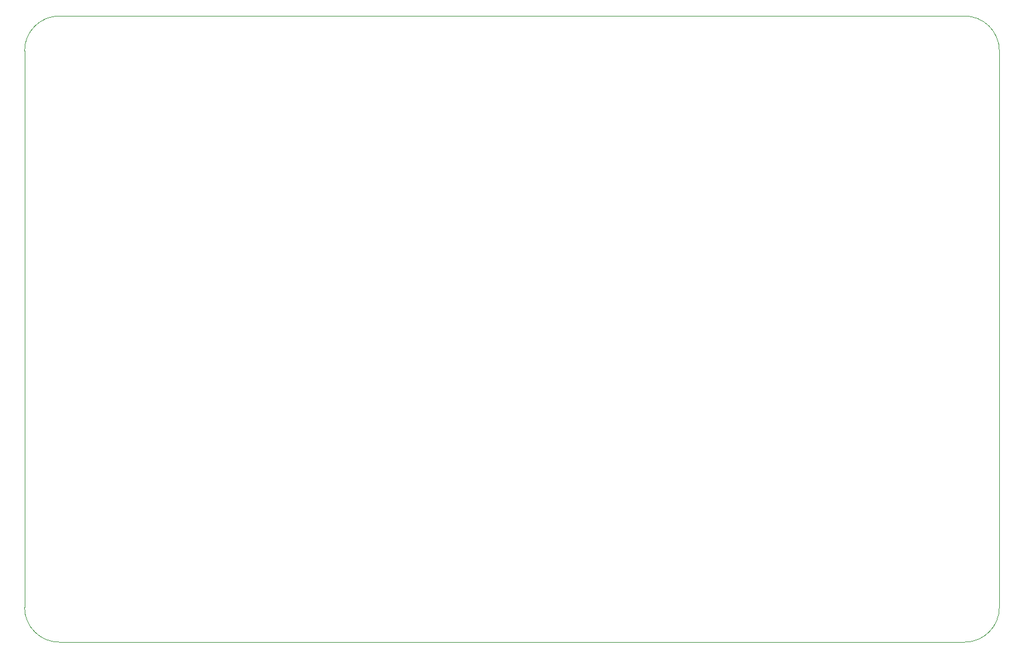
<source format=gbr>
%TF.GenerationSoftware,KiCad,Pcbnew,(6.0.5)*%
%TF.CreationDate,2022-07-18T17:09:20-07:00*%
%TF.ProjectId,rectangle-clock,72656374-616e-4676-9c65-2d636c6f636b,rev?*%
%TF.SameCoordinates,Original*%
%TF.FileFunction,Profile,NP*%
%FSLAX46Y46*%
G04 Gerber Fmt 4.6, Leading zero omitted, Abs format (unit mm)*
G04 Created by KiCad (PCBNEW (6.0.5)) date 2022-07-18 17:09:20*
%MOMM*%
%LPD*%
G01*
G04 APERTURE LIST*
%TA.AperFunction,Profile*%
%ADD10C,0.050000*%
%TD*%
G04 APERTURE END LIST*
D10*
X220000000Y-60000000D02*
X220000000Y-140000000D01*
X80000000Y-60000000D02*
X80000000Y-140000000D01*
X85000000Y-55000000D02*
G75*
G03*
X80000000Y-60000000I0J-5000000D01*
G01*
X80000000Y-140000000D02*
G75*
G03*
X85000000Y-145000000I5000000J0D01*
G01*
X215000000Y-145000000D02*
G75*
G03*
X220000000Y-140000000I0J5000000D01*
G01*
X215000000Y-55000000D02*
X85000000Y-55000000D01*
X220000000Y-60000000D02*
G75*
G03*
X215000000Y-55000000I-5000000J0D01*
G01*
X215000000Y-145000000D02*
X85000000Y-145000000D01*
M02*

</source>
